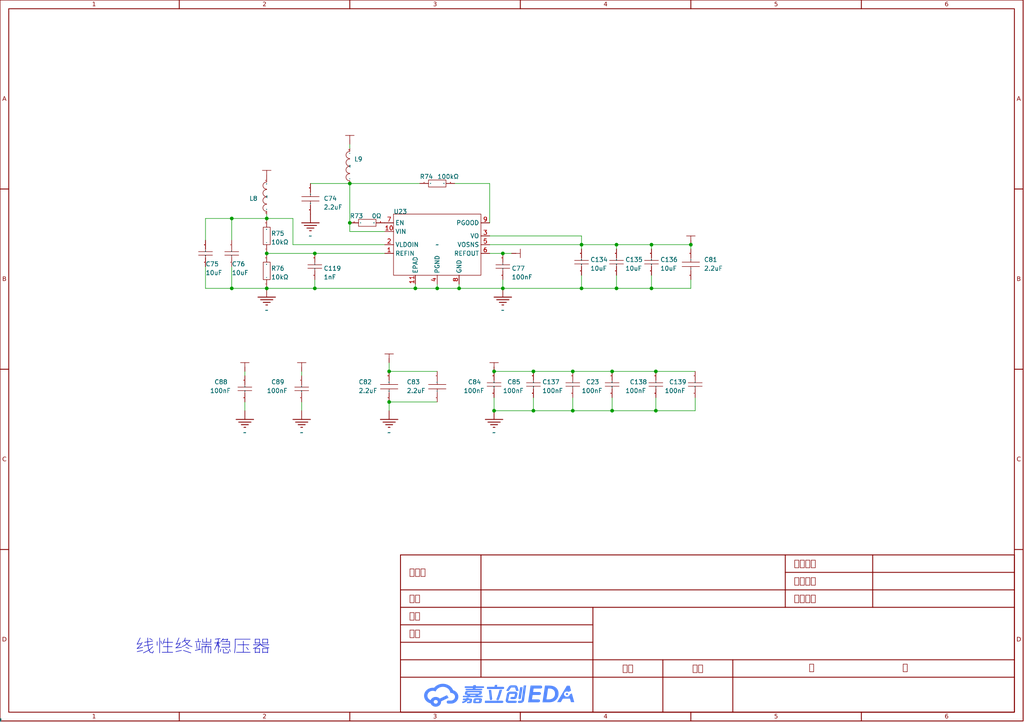
<source format=kicad_sch>
(kicad_sch (version 20250114) (generator "eeschema") (generator_version "9.0")
  (paper "User" 297.434 209.804)
  (lib_symbols
    (symbol "Library:0402B102K500NT"
      (property "Reference" "C" (at 0 0 0))
      (symbol "0402B102K500NT_1_0"
        (pin input line (at -3.81 0 0) (length 2.54) (name "1") (number "1"))
        (pin input line (at 3.81 0 180) (length 2.54) (name "2") (number "2"))
      )
    )
    (symbol "Library:0402WGF0000TCE"
      (property "Reference" "R" (at 0 0 0))
      (symbol "0402WGF0000TCE_1_0"
        (pin input line (at -5.08 0 0) (length 2.54) (name "1") (number "1"))
        (pin input line (at 5.08 0 180) (length 2.54) (name "2") (number "2"))
      )
    )
    (symbol "Library:0402WGF1002TCE"
      (property "Reference" "R" (at 0 0 0))
      (symbol "0402WGF1002TCE_1_0"
        (pin input line (at -5.08 0 0) (length 2.54) (name "1") (number "1"))
        (pin input line (at 5.08 0 180) (length 2.54) (name "2") (number "2"))
      )
    )
    (symbol "Library:0402WGF1003TCE"
      (property "Reference" "R" (at 0 0 0))
      (symbol "0402WGF1003TCE_1_0"
        (pin input line (at -5.08 0 0) (length 2.54) (name "1") (number "1"))
        (pin input line (at 5.08 0 180) (length 2.54) (name "2") (number "2"))
      )
    )
    (symbol "Library:CL05A106MQ5NUNC"
      (property "Reference" "C" (at 0 0 0))
      (symbol "CL05A106MQ5NUNC_1_0"
        (pin input line (at -3.81 0 0) (length 2.54) (name "1") (number "1"))
        (pin input line (at 3.81 0 180) (length 2.54) (name "2") (number "2"))
      )
    )
    (symbol "Library:CL05A225MQ5NSNC"
      (property "Reference" "C" (at 0 0 0))
      (symbol "CL05A225MQ5NSNC_1_0"
        (pin input line (at -5.08 0 0) (length 2.54) (name "1") (number "1"))
        (pin input line (at 3.81 0 180) (length 2.54) (name "2") (number "2"))
      )
    )
    (symbol "Library:CL05B104KO5NNNC"
      (property "Reference" "C" (at 0 0 0))
      (symbol "CL05B104KO5NNNC_1_0"
        (pin input line (at -3.81 0 0) (length 2.54) (name "1") (number "1"))
        (pin input line (at 3.81 0 180) (length 2.54) (name "2") (number "2"))
      )
    )
    (symbol "Library:Ground-GND" (power) (pin_numbers (hide yes)) (pin_names (hide yes))
      (symbol "Ground-GND_1_0"
        (pin power_in line (at 0 0 270) (length 2.54) (name "") (number "1"))
      )
    )
    (symbol "Library:MPZ1608S101ATAH0"
      (property "Reference" "L" (at 0 0 0))
      (symbol "MPZ1608S101ATAH0_1_0"
        (pin input line (at -5.08 0 0) (length 0.762) (name "1") (number "1"))
        (pin input line (at 5.08 0 180) (length 0.762) (name "2") (number "2"))
      )
    )
    (symbol "Library:Power-VCC" (power) (pin_numbers (hide yes)) (pin_names (hide yes))
      (symbol "Power-VCC_1_0"
        (pin power_in line (at 0 0 90) (length 1.27) (name "+5V_IN") (number "1"))
      )
    )
    (symbol "Library:Sheet-Symbol_A4"
      (symbol "Sheet-Symbol_A4_1_0"
        (text "A" (at 1.27 180.7972 0) (effects (font (size 1.27 1.27))))
        (text "B" (at 1.27 128.4224 0) (effects (font (size 1.27 1.27))))
        (text "C" (at 1.27 76.0222 0) (effects (font (size 1.27 1.27))))
        (text "D" (at 1.27 23.6474 0) (effects (font (size 1.27 1.27))))
        (text "1" (at 27.305 208.28 0) (effects (font (size 1.27 1.27))))
        (text "1" (at 27.305 1.27 0) (effects (font (size 1.27 1.27))))
        (text "2" (at 76.835 208.28 0) (effects (font (size 1.27 1.27))))
        (text "2" (at 76.835 1.27 0) (effects (font (size 1.27 1.27))))
        (text "原理图" (at 118.872 43.18 0) (effects (font (size 1.905 1.905)) (justify left)))
        (text "图页" (at 118.872 35.56 0) (effects (font (size 1.905 1.905)) (justify left)))
        (text "绘制" (at 118.872 30.48 0) (effects (font (size 1.905 1.905)) (justify left)))
        (text "审阅" (at 118.872 25.4 0) (effects (font (size 1.905 1.905)) (justify left)))
        (text "3" (at 126.365 208.28 0) (effects (font (size 1.27 1.27))))
        (text "3" (at 126.365 1.27 0) (effects (font (size 1.27 1.27))))
        (text "4" (at 175.895 208.28 0) (effects (font (size 1.27 1.27))))
        (text "4" (at 175.895 1.27 0) (effects (font (size 1.27 1.27))))
        (text "版本" (at 182.372 15.24 0) (effects (font (size 1.905 1.905))))
        (text "尺寸" (at 202.692 15.24 0) (effects (font (size 1.905 1.905))))
        (text "5" (at 225.425 208.28 0) (effects (font (size 1.27 1.27))))
        (text "5" (at 225.425 1.27 0) (effects (font (size 1.27 1.27))))
        (text "更新日期" (at 230.632 45.72 0) (effects (font (size 1.905 1.905)) (justify left)))
        (text "创建日期" (at 230.632 40.64 0) (effects (font (size 1.905 1.905)) (justify left)))
        (text "物料编码" (at 230.632 35.56 0) (effects (font (size 1.905 1.905)) (justify left)))
        (text "页" (at 234.95 15.494 0) (effects (font (size 1.905 1.905)) (justify left)))
        (text "共" (at 262.128 15.494 0) (effects (font (size 1.905 1.905)) (justify left)))
        (text "6" (at 274.955 208.28 0) (effects (font (size 1.27 1.27))))
        (text "6" (at 274.955 1.27 0) (effects (font (size 1.27 1.27))))
        (text "A" (at 295.91 180.7972 0) (effects (font (size 1.27 1.27))))
        (text "B" (at 295.91 128.4224 0) (effects (font (size 1.27 1.27))))
        (text "C" (at 295.91 76.0222 0) (effects (font (size 1.27 1.27))))
        (text "D" (at 295.91 23.6474 0) (effects (font (size 1.27 1.27))))
      )
    )
    (symbol "Library:TPS51200DRCR"
      (symbol "TPS51200DRCR_1_0"
        (pin unspecified line (at -15.24 6.35 0) (length 2.54) (name "EN") (number "7"))
        (pin unspecified line (at -15.24 3.81 0) (length 2.54) (name "VIN") (number "10"))
        (pin unspecified line (at -15.24 0 0) (length 2.54) (name "VLDOIN") (number "2"))
        (pin unspecified line (at -15.24 -2.54 0) (length 2.54) (name "REFIN") (number "1"))
        (pin unspecified line (at -6.35 -11.43 90) (length 2.54) (name "EPAD") (number "11"))
        (pin unspecified line (at 0 -11.43 90) (length 2.54) (name "PGND") (number "4"))
        (pin unspecified line (at 6.35 -11.43 90) (length 2.54) (name "GND") (number "8"))
        (pin unspecified line (at 15.24 6.35 180) (length 2.54) (name "PGOOD") (number "9"))
        (pin unspecified line (at 15.24 2.54 180) (length 2.54) (name "VO") (number "3"))
        (pin unspecified line (at 15.24 0 180) (length 2.54) (name "VOSNS") (number "5"))
        (pin unspecified line (at 15.24 -2.54 180) (length 2.54) (name "REFOUT") (number "6"))
      )
    )
  )
  (text "线性终端稳压器" (at 39.37 190.5 0) (effects (font (size 3.81 3.81)) (justify left bottom)))
  (junction (at 77.47 83.82))
  (junction (at 67.31 83.82))
  (junction (at 179.07 71.12))
  (junction (at 101.6 53.34))
  (junction (at 189.23 83.82))
  (junction (at 166.37 107.95))
  (junction (at 146.05 73.66))
  (junction (at 120.65 83.82))
  (junction (at 101.6 64.77))
  (junction (at 143.51 119.38))
  (junction (at 168.91 83.82))
  (junction (at 113.03 116.84))
  (junction (at 77.47 73.66))
  (junction (at 77.47 63.5))
  (junction (at 168.91 71.12))
  (junction (at 91.44 83.82))
  (junction (at 190.5 119.38))
  (junction (at 177.8 119.38))
  (junction (at 143.51 107.95))
  (junction (at 67.31 63.5))
  (junction (at 177.8 107.95))
  (junction (at 146.05 83.82))
  (junction (at 154.94 119.38))
  (junction (at 200.66 71.12))
  (junction (at 189.23 71.12))
  (junction (at 133.35 83.82))
  (junction (at 154.94 107.95))
  (junction (at 179.07 83.82))
  (junction (at 91.44 73.66))
  (junction (at 166.37 119.38))
  (junction (at 190.5 107.95))
  (junction (at 127 83.82))
  (junction (at 113.03 107.95))
  (wire (pts (xy 71.12 119.38) (xy 71.12 116.84)))
  (wire (pts (xy 179.07 71.12) (xy 179.07 72.39)))
  (wire (pts (xy 71.12 107.95) (xy 71.12 109.22)))
  (wire (pts (xy 101.6 67.31) (xy 111.76 67.31)))
  (wire (pts (xy 154.94 119.38) (xy 143.51 119.38)))
  (wire (pts (xy 133.35 83.82) (xy 133.35 82.55)))
  (wire (pts (xy 133.35 83.82) (xy 127 83.82)))
  (wire (pts (xy 59.69 83.82) (xy 59.69 77.47)))
  (wire (pts (xy 166.37 107.95) (xy 154.94 107.95)))
  (wire (pts (xy 201.93 107.95) (xy 190.5 107.95)))
  (wire (pts (xy 189.23 83.82) (xy 179.07 83.82)))
  (wire (pts (xy 101.6 53.34) (xy 121.92 53.34)))
  (wire (pts (xy 113.03 105.41) (xy 113.03 107.95)))
  (wire (pts (xy 179.07 83.82) (xy 168.91 83.82)))
  (wire (pts (xy 179.07 71.12) (xy 168.91 71.12)))
  (wire (pts (xy 168.91 80.01) (xy 168.91 83.82)))
  (wire (pts (xy 168.91 71.12) (xy 168.91 72.39)))
  (wire (pts (xy 168.91 71.12) (xy 142.24 71.12)))
  (wire (pts (xy 146.05 83.82) (xy 146.05 81.28)))
  (wire (pts (xy 146.05 83.82) (xy 133.35 83.82)))
  (wire (pts (xy 142.24 53.34) (xy 142.24 64.77)))
  (wire (pts (xy 189.23 71.12) (xy 189.23 72.39)))
  (wire (pts (xy 101.6 53.34) (xy 90.17 53.34)))
  (wire (pts (xy 59.69 83.82) (xy 67.31 83.82)))
  (wire (pts (xy 59.69 63.5) (xy 59.69 69.85)))
  (wire (pts (xy 189.23 71.12) (xy 179.07 71.12)))
  (wire (pts (xy 189.23 80.01) (xy 189.23 83.82)))
  (wire (pts (xy 85.09 71.12) (xy 111.76 71.12)))
  (wire (pts (xy 168.91 83.82) (xy 146.05 83.82)))
  (wire (pts (xy 200.66 81.28) (xy 200.66 83.82)))
  (wire (pts (xy 166.37 119.38) (xy 154.94 119.38)))
  (wire (pts (xy 77.47 63.5) (xy 85.09 63.5)))
  (wire (pts (xy 77.47 83.82) (xy 91.44 83.82)))
  (wire (pts (xy 67.31 63.5) (xy 67.31 69.85)))
  (wire (pts (xy 146.05 73.66) (xy 148.59 73.66)))
  (wire (pts (xy 77.47 63.5) (xy 77.47 62.23)))
  (wire (pts (xy 91.44 73.66) (xy 111.76 73.66)))
  (wire (pts (xy 190.5 107.95) (xy 177.8 107.95)))
  (wire (pts (xy 87.63 116.84) (xy 87.63 119.38)))
  (wire (pts (xy 179.07 80.01) (xy 179.07 83.82)))
  (wire (pts (xy 101.6 64.77) (xy 101.6 67.31)))
  (wire (pts (xy 190.5 119.38) (xy 177.8 119.38)))
  (wire (pts (xy 120.65 83.82) (xy 120.65 82.55)))
  (wire (pts (xy 91.44 83.82) (xy 91.44 81.28)))
  (wire (pts (xy 87.63 107.95) (xy 87.63 109.22)))
  (wire (pts (xy 201.93 119.38) (xy 201.93 115.57)))
  (wire (pts (xy 127 83.82) (xy 127 82.55)))
  (wire (pts (xy 142.24 73.66) (xy 146.05 73.66)))
  (wire (pts (xy 200.66 71.12) (xy 200.66 72.39)))
  (wire (pts (xy 59.69 63.5) (xy 67.31 63.5)))
  (wire (pts (xy 113.03 116.84) (xy 113.03 119.38)))
  (wire (pts (xy 101.6 43.18) (xy 101.6 41.91)))
  (wire (pts (xy 127 116.84) (xy 113.03 116.84)))
  (wire (pts (xy 166.37 119.38) (xy 166.37 115.57)))
  (wire (pts (xy 142.24 53.34) (xy 132.08 53.34)))
  (wire (pts (xy 154.94 107.95) (xy 143.51 107.95)))
  (wire (pts (xy 101.6 53.34) (xy 101.6 64.77)))
  (wire (pts (xy 77.47 63.5) (xy 67.31 63.5)))
  (wire (pts (xy 67.31 83.82) (xy 67.31 77.47)))
  (wire (pts (xy 154.94 115.57) (xy 154.94 119.38)))
  (wire (pts (xy 166.37 107.95) (xy 177.8 107.95)))
  (wire (pts (xy 201.93 119.38) (xy 190.5 119.38)))
  (wire (pts (xy 127 83.82) (xy 120.65 83.82)))
  (wire (pts (xy 113.03 107.95) (xy 127 107.95)))
  (wire (pts (xy 85.09 63.5) (xy 85.09 71.12)))
  (wire (pts (xy 168.91 68.58) (xy 142.24 68.58)))
  (wire (pts (xy 166.37 119.38) (xy 177.8 119.38)))
  (wire (pts (xy 91.44 83.82) (xy 120.65 83.82)))
  (wire (pts (xy 77.47 73.66) (xy 91.44 73.66)))
  (wire (pts (xy 67.31 83.82) (xy 77.47 83.82)))
  (wire (pts (xy 177.8 115.57) (xy 177.8 119.38)))
  (wire (pts (xy 200.66 83.82) (xy 189.23 83.82)))
  (wire (pts (xy 189.23 71.12) (xy 200.66 71.12)))
  (wire (pts (xy 168.91 71.12) (xy 168.91 68.58)))
  (wire (pts (xy 190.5 119.38) (xy 190.5 115.57)))
  (wire (pts (xy 143.51 119.38) (xy 143.51 115.57)))
  (symbol (lib_id "Library:Power-VCC") (at 143.51 107.95 0) (unit 1)
    (property "Reference" "#PWR?" (effects (hide yes)))
    (property "Value" "VTT_DRAM" (effects (hide yes)))
    (property "Footprint" "ProPrj_立创·-easyedapro:" (effects (hide yes)))
  )
  (symbol (lib_id "Library:CL05B104KO5NNNC") (at 87.63 113.03 270) (unit 1)
    (property "Reference" "C89" (at 78.74 111.76 90) (effects (justify left bottom)))
    (property "Value" "100nF" (at 77.47 114.3 90) (effects (justify left bottom)))
    (property "Footprint" "ProPrj_立创·-easyedapro:C0402" (effects (hide yes)))
    (property "Datasheet" "https://atta.szlcsc.com/upload/public/pdf/source/20160218/1457707763339.pdf" (effects (hide yes)))
    (property "Description" "容值:100nF;精度:±10%;额定电压:16V;材质(温度系数):X7R;" (effects (hide yes)))
    (property "Manufacturer Part" "CL05B104KO5NNNC" (effects (hide yes)))
    (property "Manufacturer" "SAMSUNG(三星)" (effects (hide yes)))
    (property "Supplier Part" "C1525" (effects (hide yes)))
    (property "Supplier" "LCSC" (effects (hide yes)))
    (property "LCSC Part Name" "100nF ±10% 16V" (effects (hide yes)))
  )
  (symbol (lib_id "Library:Ground-GND") (at 71.12 119.38 0) (unit 1)
    (property "Reference" "#PWR?" (effects (hide yes)))
    (property "Value" "~" (at 71.12 125.73 0))
    (property "Footprint" "ProPrj_立创·-easyedapro:" (effects (hide yes)))
  )
  (symbol (lib_id "Library:CL05B104KO5NNNC") (at 71.12 113.03 270) (unit 1)
    (property "Reference" "C88" (at 62.23 111.76 90) (effects (justify left bottom)))
    (property "Value" "100nF" (at 60.96 114.3 90) (effects (justify left bottom)))
    (property "Footprint" "ProPrj_立创·-easyedapro:C0402" (effects (hide yes)))
    (property "Datasheet" "https://atta.szlcsc.com/upload/public/pdf/source/20160218/1457707763339.pdf" (effects (hide yes)))
    (property "Description" "容值:100nF;精度:±10%;额定电压:16V;材质(温度系数):X7R;" (effects (hide yes)))
    (property "Manufacturer Part" "CL05B104KO5NNNC" (effects (hide yes)))
    (property "Manufacturer" "SAMSUNG(三星)" (effects (hide yes)))
    (property "Supplier Part" "C1525" (effects (hide yes)))
    (property "Supplier" "LCSC" (effects (hide yes)))
    (property "LCSC Part Name" "100nF ±10% 16V" (effects (hide yes)))
  )
  (symbol (lib_id "Library:0402B102K500NT") (at 91.44 77.47 90) (unit 1)
    (property "Reference" "C119" (at 93.98 78.74 90) (effects (justify right top)))
    (property "Value" "1nF" (at 93.98 81.28 90) (effects (justify right top)))
    (property "Footprint" "ProPrj_立创·-easyedapro:C0402" (effects (hide yes)))
    (property "Datasheet" "https://atta.szlcsc.com/upload/public/pdf/source/20200305/C486355_26A10D38EF8C2A5C37091D0039909270.pdf" (effects (hide yes)))
    (property "Description" "容值:1nF;精度:±10%;额定电压:50V;材质(温度系数):X7R;" (effects (hide yes)))
    (property "Manufacturer Part" "0402B102K500NT" (effects (hide yes)))
    (property "Manufacturer" "FH(风华)" (effects (hide yes)))
    (property "Supplier Part" "C1523" (effects (hide yes)))
    (property "Supplier" "LCSC" (effects (hide yes)))
    (property "LCSC Part Name" "1nF ±10% 50V" (effects (hide yes)))
  )
  (symbol (lib_id "Library:CL05B104KO5NNNC") (at 154.94 111.76 270) (unit 1)
    (property "Reference" "C85" (at 147.32 111.76 90) (effects (justify left bottom)))
    (property "Value" "100nF" (at 146.05 114.3 90) (effects (justify left bottom)))
    (property "Footprint" "ProPrj_立创·-easyedapro:C0402" (effects (hide yes)))
    (property "Datasheet" "https://atta.szlcsc.com/upload/public/pdf/source/20160218/1457707763339.pdf" (effects (hide yes)))
    (property "Description" "容值:100nF;精度:±10%;额定电压:16V;材质(温度系数):X7R;" (effects (hide yes)))
    (property "Manufacturer Part" "CL05B104KO5NNNC" (effects (hide yes)))
    (property "Manufacturer" "SAMSUNG(三星)" (effects (hide yes)))
    (property "Supplier Part" "C1525" (effects (hide yes)))
    (property "Supplier" "LCSC" (effects (hide yes)))
    (property "LCSC Part Name" "100nF ±10% 16V" (effects (hide yes)))
  )
  (symbol (lib_id "Library:Power-VCC") (at 87.63 107.95 0) (unit 1)
    (property "Reference" "#PWR?" (effects (hide yes)))
    (property "Value" "VREF_DRAM" (effects (hide yes)))
    (property "Footprint" "ProPrj_立创·-easyedapro:" (effects (hide yes)))
  )
  (symbol (lib_id "Library:0402WGF0000TCE") (at 106.68 64.77 0) (unit 1)
    (property "Reference" "R73" (at 101.6 63.5 0) (effects (justify left bottom)))
    (property "Value" "0Ω" (at 107.95 63.5 0) (effects (justify left bottom)))
    (property "Footprint" "ProPrj_立创·-easyedapro:R0402" (effects (hide yes)))
    (property "Datasheet" "https://atta.szlcsc.com/upload/public/pdf/source/20200306/C422600_1E6D84923E4A46A82E41ADD87F860B5C.pdf" (effects (hide yes)))
    (property "Description" "电阻类型:厚膜电阻;阻值:0Ω;精度:±1%;功率:62.5mW;" (effects (hide yes)))
    (property "Manufacturer Part" "0402WGF0000TCE" (effects (hide yes)))
    (property "Manufacturer" "UNI-ROYAL(厚声)" (effects (hide yes)))
    (property "Supplier Part" "C17168" (effects (hide yes)))
    (property "Supplier" "LCSC" (effects (hide yes)))
    (property "LCSC Part Name" "0Ω ±1% 62.5mW" (effects (hide yes)))
  )
  (symbol (lib_id "Library:MPZ1608S101ATAH0") (at 101.6 48.26 90) (unit 1)
    (property "Reference" "L9" (at 102.87 46.99 90) (effects (justify right top)))
    (property "Value" "~" (at 101.6 48.26 0))
    (property "Footprint" "ProPrj_立创·-easyedapro:L0603" (effects (hide yes)))
    (property "Datasheet" "https://atta.szlcsc.com/upload/public/pdf/source/20170420/1492670790894.pdf" (effects (hide yes)))
    (property "Description" "标称阻抗@测试频率:100Ω@100MHz;误差:±25%;直流电阻(RDC):30mΩ;额定电流:3A;电路数:1;" (effects (hide yes)))
    (property "Manufacturer Part" "MPZ1608S101ATAH0" (effects (hide yes)))
    (property "Manufacturer" "TDK" (effects (hide yes)))
    (property "Supplier Part" "C107332" (effects (hide yes)))
    (property "Supplier" "LCSC" (effects (hide yes)))
    (property "LCSC Part Name" "100Ω@100MHz ±25%" (effects (hide yes)))
  )
  (symbol (lib_id "Library:0402WGF1002TCE") (at 77.47 78.74 90) (unit 1)
    (property "Reference" "R76" (at 78.74 78.74 90) (effects (justify right top)))
    (property "Value" "10kΩ" (at 78.74 81.28 90) (effects (justify right top)))
    (property "Footprint" "ProPrj_立创·-easyedapro:R0402" (effects (hide yes)))
    (property "Datasheet" "https://atta.szlcsc.com/upload/public/pdf/source/20200306/C422600_1E6D84923E4A46A82E41ADD87F860B5C.pdf" (effects (hide yes)))
    (property "Description" "电阻类型:厚膜电阻;阻值:10kΩ;精度:±1%;功率:62.5mW;温度系数:±100ppm/°C;" (effects (hide yes)))
    (property "Manufacturer Part" "0402WGF1002TCE" (effects (hide yes)))
    (property "Manufacturer" "UNI-ROYAL(厚声)" (effects (hide yes)))
    (property "Supplier Part" "C25744" (effects (hide yes)))
    (property "Supplier" "LCSC" (effects (hide yes)))
    (property "LCSC Part Name" "厚膜电阻 10kΩ ±1% 62.5mW" (effects (hide yes)))
  )
  (symbol (lib_id "Library:Power-VCC") (at 101.6 41.91 0) (unit 1)
    (property "Reference" "#PWR?" (effects (hide yes)))
    (property "Value" "+3.3V" (effects (hide yes)))
    (property "Footprint" "ProPrj_立创·-easyedapro:" (effects (hide yes)))
  )
  (symbol (lib_id "Library:CL05A225MQ5NSNC") (at 127 111.76 90) (unit 1)
    (property "Reference" "C83" (at 118.11 111.76 90) (effects (justify right top)))
    (property "Value" "2.2uF" (at 118.11 114.3 90) (effects (justify right top)))
    (property "Footprint" "ProPrj_立创·-easyedapro:C0402" (effects (hide yes)))
    (property "Datasheet" "https://atta.szlcsc.com/upload/public/pdf/source/20160103/1457707666860.pdf" (effects (hide yes)))
    (property "Description" "容值:2.2uF;精度:±20%;额定电压:6.3V;材质(温度系数):X5R;" (effects (hide yes)))
    (property "Manufacturer Part" "CL05A225MQ5NSNC" (effects (hide yes)))
    (property "Manufacturer" "SAMSUNG(三星)" (effects (hide yes)))
    (property "Supplier Part" "C12530" (effects (hide yes)))
    (property "Supplier" "LCSC" (effects (hide yes)))
    (property "LCSC Part Name" "2.2uF ±20% 6.3V" (effects (hide yes)))
  )
  (symbol (lib_id "Library:Ground-GND") (at 143.51 119.38 0) (unit 1)
    (property "Reference" "#PWR?" (effects (hide yes)))
    (property "Value" "~" (at 143.51 125.73 0))
    (property "Footprint" "ProPrj_立创·-easyedapro:" (effects (hide yes)))
  )
  (symbol (lib_id "Library:Power-VCC") (at 71.12 107.95 0) (unit 1)
    (property "Reference" "#PWR?" (effects (hide yes)))
    (property "Value" "VREF_DRAM" (effects (hide yes)))
    (property "Footprint" "ProPrj_立创·-easyedapro:" (effects (hide yes)))
  )
  (symbol (lib_id "Library:CL05B104KO5NNNC") (at 201.93 111.76 270) (unit 1)
    (property "Reference" "C139" (at 194.31 111.76 90) (effects (justify left bottom)))
    (property "Value" "100nF" (at 193.04 114.3 90) (effects (justify left bottom)))
    (property "Footprint" "ProPrj_立创·-easyedapro:C0402" (effects (hide yes)))
    (property "Datasheet" "https://atta.szlcsc.com/upload/public/pdf/source/20160218/1457707763339.pdf" (effects (hide yes)))
    (property "Description" "容值:100nF;精度:±10%;额定电压:16V;材质(温度系数):X7R;" (effects (hide yes)))
    (property "Manufacturer Part" "CL05B104KO5NNNC" (effects (hide yes)))
    (property "Manufacturer" "SAMSUNG(三星)" (effects (hide yes)))
    (property "Supplier Part" "C1525" (effects (hide yes)))
    (property "Supplier" "LCSC" (effects (hide yes)))
    (property "LCSC Part Name" "100nF ±10% 16V" (effects (hide yes)))
  )
  (symbol (lib_id "Library:Power-VCC") (at 77.47 52.07 0) (unit 1)
    (property "Reference" "#PWR?" (effects (hide yes)))
    (property "Value" "+1.5V" (effects (hide yes)))
    (property "Footprint" "ProPrj_立创·-easyedapro:" (effects (hide yes)))
  )
  (symbol (lib_id "Library:Ground-GND") (at 90.17 62.23 0) (unit 1)
    (property "Reference" "#PWR?" (effects (hide yes)))
    (property "Value" "~" (at 90.17 68.58 0))
    (property "Footprint" "ProPrj_立创·-easyedapro:" (effects (hide yes)))
  )
  (symbol (lib_id "Library:MPZ1608S101ATAH0") (at 77.47 57.15 90) (unit 1)
    (property "Reference" "L8" (at 72.39 58.42 90) (effects (justify right top)))
    (property "Value" "~" (at 77.47 57.15 0))
    (property "Footprint" "ProPrj_立创·-easyedapro:L0603" (effects (hide yes)))
    (property "Datasheet" "https://atta.szlcsc.com/upload/public/pdf/source/20170420/1492670790894.pdf" (effects (hide yes)))
    (property "Description" "标称阻抗@测试频率:100Ω@100MHz;误差:±25%;直流电阻(RDC):30mΩ;额定电流:3A;电路数:1;" (effects (hide yes)))
    (property "Manufacturer Part" "MPZ1608S101ATAH0" (effects (hide yes)))
    (property "Manufacturer" "TDK" (effects (hide yes)))
    (property "Supplier Part" "C107332" (effects (hide yes)))
    (property "Supplier" "LCSC" (effects (hide yes)))
    (property "LCSC Part Name" "100Ω@100MHz ±25%" (effects (hide yes)))
  )
  (symbol (lib_id "Library:CL05A106MQ5NUNC") (at 59.69 73.66 90) (unit 1)
    (property "Reference" "C75" (at 59.69 77.47 90) (effects (justify right top)))
    (property "Value" "10uF" (at 59.69 80.01 90) (effects (justify right top)))
    (property "Footprint" "ProPrj_立创·-easyedapro:C0402" (effects (hide yes)))
    (property "Datasheet" "https://atta.szlcsc.com/upload/public/pdf/source/20220823/2B02EE04F8F211D38A52DCB16EB6BEBA.pdf" (effects (hide yes)))
    (property "Description" "容值:10uF;精度:±20%;额定电压:6.3V;材质(温度系数):X5R;" (effects (hide yes)))
    (property "Manufacturer Part" "CL05A106MQ5NUNC" (effects (hide yes)))
    (property "Manufacturer" "SAMSUNG(三星)" (effects (hide yes)))
    (property "Supplier Part" "C15525" (effects (hide yes)))
    (property "Supplier" "LCSC" (effects (hide yes)))
    (property "LCSC Part Name" "10uF ±20% 6.3V" (effects (hide yes)))
  )
  (symbol (lib_id "Library:CL05A106MQ5NUNC") (at 189.23 76.2 90) (unit 1)
    (property "Reference" "C136" (at 191.77 76.2 90) (effects (justify right top)))
    (property "Value" "10uF" (at 191.77 78.74 90) (effects (justify right top)))
    (property "Footprint" "ProPrj_立创·-easyedapro:C0402" (effects (hide yes)))
    (property "Datasheet" "https://atta.szlcsc.com/upload/public/pdf/source/20220823/2B02EE04F8F211D38A52DCB16EB6BEBA.pdf" (effects (hide yes)))
    (property "Description" "容值:10uF;精度:±20%;额定电压:6.3V;材质(温度系数):X5R;" (effects (hide yes)))
    (property "Manufacturer Part" "CL05A106MQ5NUNC" (effects (hide yes)))
    (property "Manufacturer" "SAMSUNG(三星)" (effects (hide yes)))
    (property "Supplier Part" "C15525" (effects (hide yes)))
    (property "Supplier" "LCSC" (effects (hide yes)))
    (property "LCSC Part Name" "10uF ±20% 6.3V" (effects (hide yes)))
  )
  (symbol (lib_id "Library:Ground-GND") (at 146.05 83.82 0) (unit 1)
    (property "Reference" "#PWR?" (effects (hide yes)))
    (property "Value" "~" (at 146.05 90.17 0))
    (property "Footprint" "ProPrj_立创·-easyedapro:" (effects (hide yes)))
  )
  (symbol (lib_id "Library:CL05A225MQ5NSNC") (at 200.66 76.2 90) (unit 1)
    (property "Reference" "C81" (at 204.47 76.2 90) (effects (justify right top)))
    (property "Value" "2.2uF" (at 204.47 78.74 90) (effects (justify right top)))
    (property "Footprint" "ProPrj_立创·-easyedapro:C0402" (effects (hide yes)))
    (property "Datasheet" "https://atta.szlcsc.com/upload/public/pdf/source/20160103/1457707666860.pdf" (effects (hide yes)))
    (property "Description" "容值:2.2uF;精度:±20%;额定电压:6.3V;材质(温度系数):X5R;" (effects (hide yes)))
    (property "Manufacturer Part" "CL05A225MQ5NSNC" (effects (hide yes)))
    (property "Manufacturer" "SAMSUNG(三星)" (effects (hide yes)))
    (property "Supplier Part" "C12530" (effects (hide yes)))
    (property "Supplier" "LCSC" (effects (hide yes)))
    (property "LCSC Part Name" "2.2uF ±20% 6.3V" (effects (hide yes)))
  )
  (symbol (lib_id "Library:Power-VCC") (at 148.59 73.66 270) (unit 1)
    (property "Reference" "#PWR?" (effects (hide yes)))
    (property "Value" "VREF_DRAM" (effects (hide yes)))
    (property "Footprint" "ProPrj_立创·-easyedapro:" (effects (hide yes)))
  )
  (symbol (lib_id "Library:CL05B104KO5NNNC") (at 166.37 111.76 270) (unit 1)
    (property "Reference" "C137" (at 157.48 111.76 90) (effects (justify left bottom)))
    (property "Value" "100nF" (at 157.48 114.3 90) (effects (justify left bottom)))
    (property "Footprint" "ProPrj_立创·-easyedapro:C0402" (effects (hide yes)))
    (property "Datasheet" "https://atta.szlcsc.com/upload/public/pdf/source/20160218/1457707763339.pdf" (effects (hide yes)))
    (property "Description" "容值:100nF;精度:±10%;额定电压:16V;材质(温度系数):X7R;" (effects (hide yes)))
    (property "Manufacturer Part" "CL05B104KO5NNNC" (effects (hide yes)))
    (property "Manufacturer" "SAMSUNG(三星)" (effects (hide yes)))
    (property "Supplier Part" "C1525" (effects (hide yes)))
    (property "Supplier" "LCSC" (effects (hide yes)))
    (property "LCSC Part Name" "100nF ±10% 16V" (effects (hide yes)))
  )
  (symbol (lib_id "Library:TPS51200DRCR") (at 127 71.12 0) (unit 1)
    (property "Reference" "U23" (at 114.3 62.23 0) (effects (justify left bottom)))
    (property "Value" "~" (at 127 71.12 0))
    (property "Footprint" "ProPrj_立创·-easyedapro:WSON-10_L3.0-W3.0-P0.50-BL-EP" (effects (hide yes)))
    (property "Datasheet" "https://www.ti.com/cn/lit/gpn/tps51200" (effects (hide yes)))
    (property "Description" "输出电压:-;" (effects (hide yes)))
    (property "Manufacturer Part" "TPS51200DRCR" (effects (hide yes)))
    (property "Manufacturer" "TI(德州仪器)" (effects (hide yes)))
    (property "Supplier Part" "C34771" (effects (hide yes)))
    (property "Supplier" "LCSC" (effects (hide yes)))
    (property "LCSC Part Name" "TPS51200DRCR" (effects (hide yes)))
  )
  (symbol (lib_id "Library:Ground-GND") (at 77.47 83.82 0) (unit 1)
    (property "Reference" "#PWR?" (effects (hide yes)))
    (property "Value" "~" (at 77.47 90.17 0))
    (property "Footprint" "ProPrj_立创·-easyedapro:" (effects (hide yes)))
  )
  (symbol (lib_id "Library:CL05B104KO5NNNC") (at 190.5 111.76 270) (unit 1)
    (property "Reference" "C138" (at 182.88 111.76 90) (effects (justify left bottom)))
    (property "Value" "100nF" (at 181.61 114.3 90) (effects (justify left bottom)))
    (property "Footprint" "ProPrj_立创·-easyedapro:C0402" (effects (hide yes)))
    (property "Datasheet" "https://atta.szlcsc.com/upload/public/pdf/source/20160218/1457707763339.pdf" (effects (hide yes)))
    (property "Description" "容值:100nF;精度:±10%;额定电压:16V;材质(温度系数):X7R;" (effects (hide yes)))
    (property "Manufacturer Part" "CL05B104KO5NNNC" (effects (hide yes)))
    (property "Manufacturer" "SAMSUNG(三星)" (effects (hide yes)))
    (property "Supplier Part" "C1525" (effects (hide yes)))
    (property "Supplier" "LCSC" (effects (hide yes)))
    (property "LCSC Part Name" "100nF ±10% 16V" (effects (hide yes)))
  )
  (symbol (lib_id "Library:0402WGF1003TCE") (at 127 53.34 0) (unit 1)
    (property "Reference" "R74" (at 121.92 52.07 0) (effects (justify left bottom)))
    (property "Value" "100kΩ" (at 127 52.07 0) (effects (justify left bottom)))
    (property "Footprint" "ProPrj_立创·-easyedapro:R0402" (effects (hide yes)))
    (property "Datasheet" "https://atta.szlcsc.com/upload/public/pdf/source/20200306/C422600_1E6D84923E4A46A82E41ADD87F860B5C.pdf" (effects (hide yes)))
    (property "Description" "电阻类型:厚膜电阻;阻值:100kΩ;精度:±1%;功率:62.5mW;" (effects (hide yes)))
    (property "Manufacturer Part" "0402WGF1003TCE" (effects (hide yes)))
    (property "Manufacturer" "UNI-ROYAL(厚声)" (effects (hide yes)))
    (property "Supplier Part" "C25741" (effects (hide yes)))
    (property "Supplier" "LCSC" (effects (hide yes)))
    (property "LCSC Part Name" "100kΩ ±1% 62.5mW" (effects (hide yes)))
  )
  (symbol (lib_id "Library:CL05A106MQ5NUNC") (at 179.07 76.2 90) (unit 1)
    (property "Reference" "C135" (at 181.61 76.2 90) (effects (justify right top)))
    (property "Value" "10uF" (at 181.61 78.74 90) (effects (justify right top)))
    (property "Footprint" "ProPrj_立创·-easyedapro:C0402" (effects (hide yes)))
    (property "Datasheet" "https://atta.szlcsc.com/upload/public/pdf/source/20220823/2B02EE04F8F211D38A52DCB16EB6BEBA.pdf" (effects (hide yes)))
    (property "Description" "容值:10uF;精度:±20%;额定电压:6.3V;材质(温度系数):X5R;" (effects (hide yes)))
    (property "Manufacturer Part" "CL05A106MQ5NUNC" (effects (hide yes)))
    (property "Manufacturer" "SAMSUNG(三星)" (effects (hide yes)))
    (property "Supplier Part" "C15525" (effects (hide yes)))
    (property "Supplier" "LCSC" (effects (hide yes)))
    (property "LCSC Part Name" "10uF ±20% 6.3V" (effects (hide yes)))
  )
  (symbol (lib_id "Library:CL05A225MQ5NSNC") (at 90.17 58.42 270) (unit 1)
    (property "Reference" "C74" (at 93.98 58.42 90) (effects (justify left bottom)))
    (property "Value" "2.2uF" (at 93.98 60.96 90) (effects (justify left bottom)))
    (property "Footprint" "ProPrj_立创·-easyedapro:C0402" (effects (hide yes)))
    (property "Datasheet" "https://atta.szlcsc.com/upload/public/pdf/source/20160103/1457707666860.pdf" (effects (hide yes)))
    (property "Description" "容值:2.2uF;精度:±20%;额定电压:6.3V;材质(温度系数):X5R;" (effects (hide yes)))
    (property "Manufacturer Part" "CL05A225MQ5NSNC" (effects (hide yes)))
    (property "Manufacturer" "SAMSUNG(三星)" (effects (hide yes)))
    (property "Supplier Part" "C12530" (effects (hide yes)))
    (property "Supplier" "LCSC" (effects (hide yes)))
    (property "LCSC Part Name" "2.2uF ±20% 6.3V" (effects (hide yes)))
  )
  (symbol (lib_id "Library:Power-VCC") (at 113.03 105.41 0) (unit 1)
    (property "Reference" "#PWR?" (effects (hide yes)))
    (property "Value" "VTT_DRAM" (effects (hide yes)))
    (property "Footprint" "ProPrj_立创·-easyedapro:" (effects (hide yes)))
  )
  (symbol (lib_id "Library:CL05A106MQ5NUNC") (at 67.31 73.66 90) (unit 1)
    (property "Reference" "C76" (at 67.31 77.47 90) (effects (justify right top)))
    (property "Value" "10uF" (at 67.31 80.01 90) (effects (justify right top)))
    (property "Footprint" "ProPrj_立创·-easyedapro:C0402" (effects (hide yes)))
    (property "Datasheet" "https://atta.szlcsc.com/upload/public/pdf/source/20220823/2B02EE04F8F211D38A52DCB16EB6BEBA.pdf" (effects (hide yes)))
    (property "Description" "容值:10uF;精度:±20%;额定电压:6.3V;材质(温度系数):X5R;" (effects (hide yes)))
    (property "Manufacturer Part" "CL05A106MQ5NUNC" (effects (hide yes)))
    (property "Manufacturer" "SAMSUNG(三星)" (effects (hide yes)))
    (property "Supplier Part" "C15525" (effects (hide yes)))
    (property "Supplier" "LCSC" (effects (hide yes)))
    (property "LCSC Part Name" "10uF ±20% 6.3V" (effects (hide yes)))
  )
  (symbol (lib_id "Library:CL05B104KO5NNNC") (at 143.51 111.76 270) (unit 1)
    (property "Reference" "C84" (at 135.89 111.76 90) (effects (justify left bottom)))
    (property "Value" "100nF" (at 134.62 114.3 90) (effects (justify left bottom)))
    (property "Footprint" "ProPrj_立创·-easyedapro:C0402" (effects (hide yes)))
    (property "Datasheet" "https://atta.szlcsc.com/upload/public/pdf/source/20160218/1457707763339.pdf" (effects (hide yes)))
    (property "Description" "容值:100nF;精度:±10%;额定电压:16V;材质(温度系数):X7R;" (effects (hide yes)))
    (property "Manufacturer Part" "CL05B104KO5NNNC" (effects (hide yes)))
    (property "Manufacturer" "SAMSUNG(三星)" (effects (hide yes)))
    (property "Supplier Part" "C1525" (effects (hide yes)))
    (property "Supplier" "LCSC" (effects (hide yes)))
    (property "LCSC Part Name" "100nF ±10% 16V" (effects (hide yes)))
  )
  (symbol (lib_id "Library:Ground-GND") (at 113.03 119.38 0) (unit 1)
    (property "Reference" "#PWR?" (effects (hide yes)))
    (property "Value" "~" (at 113.03 125.73 0))
    (property "Footprint" "ProPrj_立创·-easyedapro:" (effects (hide yes)))
  )
  (symbol (lib_id "Library:Power-VCC") (at 200.66 71.12 0) (unit 1)
    (property "Reference" "#PWR?" (effects (hide yes)))
    (property "Value" "VTT_DRAM" (effects (hide yes)))
    (property "Footprint" "ProPrj_立创·-easyedapro:" (effects (hide yes)))
  )
  (symbol (lib_id "Library:CL05B104KO5NNNC") (at 146.05 77.47 270) (unit 1)
    (property "Reference" "C77" (at 148.59 78.74 90) (effects (justify left bottom)))
    (property "Value" "100nF" (at 148.59 81.28 90) (effects (justify left bottom)))
    (property "Footprint" "ProPrj_立创·-easyedapro:C0402" (effects (hide yes)))
    (property "Datasheet" "https://atta.szlcsc.com/upload/public/pdf/source/20160218/1457707763339.pdf" (effects (hide yes)))
    (property "Description" "容值:100nF;精度:±10%;额定电压:16V;材质(温度系数):X7R;" (effects (hide yes)))
    (property "Manufacturer Part" "CL05B104KO5NNNC" (effects (hide yes)))
    (property "Manufacturer" "SAMSUNG(三星)" (effects (hide yes)))
    (property "Supplier Part" "C1525" (effects (hide yes)))
    (property "Supplier" "LCSC" (effects (hide yes)))
    (property "LCSC Part Name" "100nF ±10% 16V" (effects (hide yes)))
  )
  (symbol (lib_id "Library:CL05A225MQ5NSNC") (at 113.03 111.76 90) (unit 1)
    (property "Reference" "C82" (at 104.14 111.76 90) (effects (justify right top)))
    (property "Value" "2.2uF" (at 104.14 114.3 90) (effects (justify right top)))
    (property "Footprint" "ProPrj_立创·-easyedapro:C0402" (effects (hide yes)))
    (property "Datasheet" "https://atta.szlcsc.com/upload/public/pdf/source/20160103/1457707666860.pdf" (effects (hide yes)))
    (property "Description" "容值:2.2uF;精度:±20%;额定电压:6.3V;材质(温度系数):X5R;" (effects (hide yes)))
    (property "Manufacturer Part" "CL05A225MQ5NSNC" (effects (hide yes)))
    (property "Manufacturer" "SAMSUNG(三星)" (effects (hide yes)))
    (property "Supplier Part" "C12530" (effects (hide yes)))
    (property "Supplier" "LCSC" (effects (hide yes)))
    (property "LCSC Part Name" "2.2uF ±20% 6.3V" (effects (hide yes)))
  )
  (symbol (lib_id "Library:Ground-GND") (at 87.63 119.38 0) (unit 1)
    (property "Reference" "#PWR?" (effects (hide yes)))
    (property "Value" "~" (at 87.63 125.73 0))
    (property "Footprint" "ProPrj_立创·-easyedapro:" (effects (hide yes)))
  )
  (symbol (lib_id "Library:0402WGF1002TCE") (at 77.47 68.58 90) (unit 1)
    (property "Reference" "R75" (at 78.74 68.58 90) (effects (justify right top)))
    (property "Value" "10kΩ" (at 78.74 71.12 90) (effects (justify right top)))
    (property "Footprint" "ProPrj_立创·-easyedapro:R0402" (effects (hide yes)))
    (property "Datasheet" "https://atta.szlcsc.com/upload/public/pdf/source/20200306/C422600_1E6D84923E4A46A82E41ADD87F860B5C.pdf" (effects (hide yes)))
    (property "Description" "电阻类型:厚膜电阻;阻值:10kΩ;精度:±1%;功率:62.5mW;温度系数:±100ppm/°C;" (effects (hide yes)))
    (property "Manufacturer Part" "0402WGF1002TCE" (effects (hide yes)))
    (property "Manufacturer" "UNI-ROYAL(厚声)" (effects (hide yes)))
    (property "Supplier Part" "C25744" (effects (hide yes)))
    (property "Supplier" "LCSC" (effects (hide yes)))
    (property "LCSC Part Name" "厚膜电阻 10kΩ ±1% 62.5mW" (effects (hide yes)))
  )
  (symbol (lib_id "Library:CL05B104KO5NNNC") (at 177.8 111.76 270) (unit 1)
    (property "Reference" "C23" (at 170.18 111.76 90) (effects (justify left bottom)))
    (property "Value" "100nF" (at 168.91 114.3 90) (effects (justify left bottom)))
    (property "Footprint" "ProPrj_立创·-easyedapro:C0402" (effects (hide yes)))
    (property "Datasheet" "https://atta.szlcsc.com/upload/public/pdf/source/20160218/1457707763339.pdf" (effects (hide yes)))
    (property "Description" "容值:100nF;精度:±10%;额定电压:16V;材质(温度系数):X7R;" (effects (hide yes)))
    (property "Manufacturer Part" "CL05B104KO5NNNC" (effects (hide yes)))
    (property "Manufacturer" "SAMSUNG(三星)" (effects (hide yes)))
    (property "Supplier Part" "C1525" (effects (hide yes)))
    (property "Supplier" "LCSC" (effects (hide yes)))
    (property "LCSC Part Name" "100nF ±10% 16V" (effects (hide yes)))
  )
  (symbol (lib_id "Library:CL05A106MQ5NUNC") (at 168.91 76.2 90) (unit 1)
    (property "Reference" "C134" (at 171.45 76.2 90) (effects (justify right top)))
    (property "Value" "10uF" (at 171.45 78.74 90) (effects (justify right top)))
    (property "Footprint" "ProPrj_立创·-easyedapro:C0402" (effects (hide yes)))
    (property "Datasheet" "https://atta.szlcsc.com/upload/public/pdf/source/20220823/2B02EE04F8F211D38A52DCB16EB6BEBA.pdf" (effects (hide yes)))
    (property "Description" "容值:10uF;精度:±20%;额定电压:6.3V;材质(温度系数):X5R;" (effects (hide yes)))
    (property "Manufacturer Part" "CL05A106MQ5NUNC" (effects (hide yes)))
    (property "Manufacturer" "SAMSUNG(三星)" (effects (hide yes)))
    (property "Supplier Part" "C15525" (effects (hide yes)))
    (property "Supplier" "LCSC" (effects (hide yes)))
    (property "LCSC Part Name" "10uF ±20% 6.3V" (effects (hide yes)))
  )
  (symbol (lib_id "Library:Sheet-Symbol_A4") (at 0 209.55 0) (unit 1)
    (property "Reference" "?" (at 0 209.55 0))
    (property "Value" "~" (at 0 209.55 0))
    (property "Footprint" "ProPrj_立创·-easyedapro:" (effects (hide yes)))
    (property "@Board Name" "立创·逻辑派FPGA-G1开发板" (effects (hide yes)))
    (property "@Create Date" "2025-01-08" (effects (hide yes)))
    (property "@Create Time" "15:14:25" (effects (hide yes)))
    (property "@Page Count" "10" (effects (hide yes)))
    (property "@Page Name" "FPGA_DDR3_Power" (effects (hide yes)))
    (property "@Page No" "3" (effects (hide yes)))
    (property "@Project Name" "立创·逻辑派FPGA-G1开发板" (effects (hide yes)))
    (property "@Schematic Name" "原理图" (effects (hide yes)))
    (property "@Update Date" "2025-01-08" (effects (hide yes)))
    (property "@Update Time" "15:14:42" (effects (hide yes)))
    (property "Company" "嘉立创EDA" (effects (hide yes)))
    (property "Page Size" "A4" (effects (hide yes)))
    (property "Version" "V1.0" (effects (hide yes)))
  )
)
</source>
